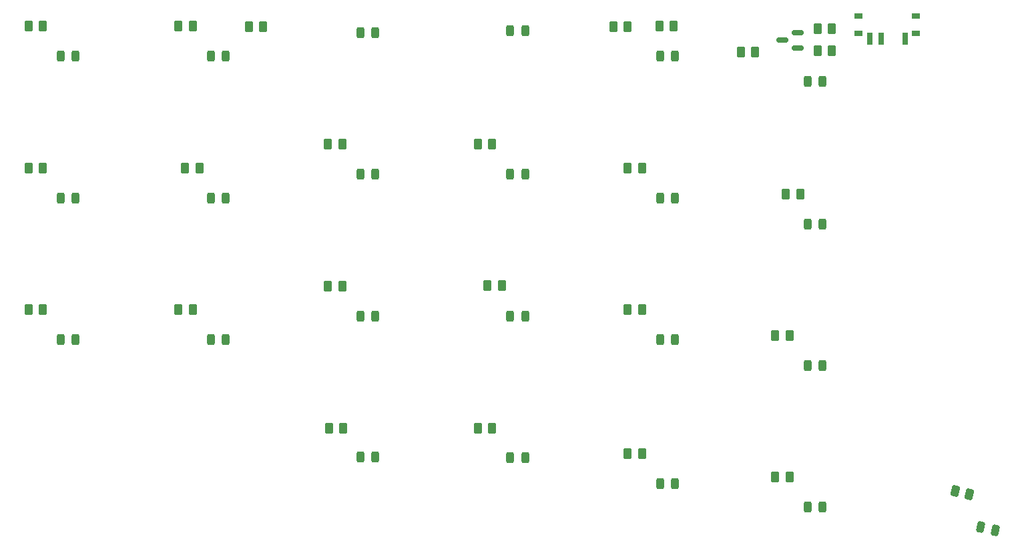
<source format=gtp>
%TF.GenerationSoftware,KiCad,Pcbnew,7.0.5-0*%
%TF.CreationDate,2023-08-03T20:32:26+09:30*%
%TF.ProjectId,Rolio,436f726e-6552-46f6-9c69-6f2e6b696361,rev?*%
%TF.SameCoordinates,Original*%
%TF.FileFunction,Paste,Top*%
%TF.FilePolarity,Positive*%
%FSLAX46Y46*%
G04 Gerber Fmt 4.6, Leading zero omitted, Abs format (unit mm)*
G04 Created by KiCad (PCBNEW 7.0.5-0) date 2023-08-03 20:32:26*
%MOMM*%
%LPD*%
G01*
G04 APERTURE LIST*
G04 Aperture macros list*
%AMRoundRect*
0 Rectangle with rounded corners*
0 $1 Rounding radius*
0 $2 $3 $4 $5 $6 $7 $8 $9 X,Y pos of 4 corners*
0 Add a 4 corners polygon primitive as box body*
4,1,4,$2,$3,$4,$5,$6,$7,$8,$9,$2,$3,0*
0 Add four circle primitives for the rounded corners*
1,1,$1+$1,$2,$3*
1,1,$1+$1,$4,$5*
1,1,$1+$1,$6,$7*
1,1,$1+$1,$8,$9*
0 Add four rect primitives between the rounded corners*
20,1,$1+$1,$2,$3,$4,$5,0*
20,1,$1+$1,$4,$5,$6,$7,0*
20,1,$1+$1,$6,$7,$8,$9,0*
20,1,$1+$1,$8,$9,$2,$3,0*%
G04 Aperture macros list end*
%ADD10RoundRect,0.250000X-0.262500X-0.450000X0.262500X-0.450000X0.262500X0.450000X-0.262500X0.450000X0*%
%ADD11RoundRect,0.243750X-0.243750X-0.456250X0.243750X-0.456250X0.243750X0.456250X-0.243750X0.456250X0*%
%ADD12RoundRect,0.250000X0.262500X0.450000X-0.262500X0.450000X-0.262500X-0.450000X0.262500X-0.450000X0*%
%ADD13RoundRect,0.250000X-0.350324X-0.385590X0.163203X-0.494743X0.350324X0.385590X-0.163203X0.494743X0*%
%ADD14R,1.000000X0.800000*%
%ADD15R,0.700000X1.500000*%
%ADD16RoundRect,0.150000X0.587500X0.150000X-0.587500X0.150000X-0.587500X-0.150000X0.587500X-0.150000X0*%
%ADD17RoundRect,0.243750X-0.333283X-0.395601X0.143564X-0.496958X0.333283X0.395601X-0.143564X0.496958X0*%
G04 APERTURE END LIST*
D10*
%TO.C,R8*%
X57705500Y-37170000D03*
X59530500Y-37170000D03*
%TD*%
D11*
%TO.C,LED3*%
X118820500Y-37715000D03*
X120695500Y-37715000D03*
%TD*%
D10*
%TO.C,R12*%
X95705500Y-52170000D03*
X97530500Y-52170000D03*
%TD*%
D11*
%TO.C,LED15*%
X118820500Y-73965000D03*
X120695500Y-73965000D03*
%TD*%
D10*
%TO.C,R10*%
X133705500Y-55170000D03*
X135530500Y-55170000D03*
%TD*%
D11*
%TO.C,LED4*%
X99820500Y-37965000D03*
X101695500Y-37965000D03*
%TD*%
%TO.C,LED1*%
X156553400Y-44215000D03*
X158428400Y-44215000D03*
%TD*%
D12*
%TO.C,R2*%
X159600500Y-37506000D03*
X157775500Y-37506000D03*
%TD*%
D13*
%TO.C,R21*%
X175264681Y-96179288D03*
X177049801Y-96558726D03*
%TD*%
D11*
%TO.C,LED13*%
X156553400Y-80215000D03*
X158428400Y-80215000D03*
%TD*%
D10*
%TO.C,R18*%
X95705500Y-70170000D03*
X97530500Y-70170000D03*
%TD*%
%TO.C,R19*%
X76705500Y-73170000D03*
X78530500Y-73170000D03*
%TD*%
%TO.C,R14*%
X57705500Y-55170000D03*
X59530500Y-55170000D03*
%TD*%
%TO.C,R24*%
X114705500Y-88170000D03*
X116530500Y-88170000D03*
%TD*%
D12*
%TO.C,R1*%
X159600500Y-40300000D03*
X157775500Y-40300000D03*
%TD*%
D11*
%TO.C,LED23*%
X99820500Y-91865000D03*
X101695500Y-91865000D03*
%TD*%
%TO.C,LED10*%
X99820500Y-55965000D03*
X101695500Y-55965000D03*
%TD*%
D14*
%TO.C,SW4*%
X170300000Y-38112000D03*
X170300000Y-35902000D03*
X163000000Y-38112000D03*
X163000000Y-35902000D03*
D15*
X168900000Y-38762000D03*
X165900000Y-38762000D03*
X164400000Y-38762000D03*
%TD*%
D10*
%TO.C,R20*%
X57705500Y-73170000D03*
X59530500Y-73170000D03*
%TD*%
D11*
%TO.C,LED17*%
X80820500Y-76965000D03*
X82695500Y-76965000D03*
%TD*%
D10*
%TO.C,R6*%
X85671000Y-37204000D03*
X87496000Y-37204000D03*
%TD*%
D11*
%TO.C,LED20*%
X156553400Y-98215000D03*
X158428400Y-98215000D03*
%TD*%
D12*
%TO.C,R4*%
X139566000Y-37170000D03*
X137741000Y-37170000D03*
%TD*%
D11*
%TO.C,LED18*%
X61820500Y-76965000D03*
X63695500Y-76965000D03*
%TD*%
%TO.C,LED8*%
X137820500Y-58965000D03*
X139695500Y-58965000D03*
%TD*%
%TO.C,LED5*%
X80820500Y-40965000D03*
X82695500Y-40965000D03*
%TD*%
D10*
%TO.C,R11*%
X114705500Y-52170000D03*
X116530500Y-52170000D03*
%TD*%
D11*
%TO.C,LED21*%
X137820500Y-95215000D03*
X139695500Y-95215000D03*
%TD*%
D10*
%TO.C,R15*%
X152438400Y-76420000D03*
X154263400Y-76420000D03*
%TD*%
%TO.C,R22*%
X152438400Y-94420000D03*
X154263400Y-94420000D03*
%TD*%
%TO.C,R7*%
X76705500Y-37170000D03*
X78530500Y-37170000D03*
%TD*%
%TO.C,R25*%
X95825500Y-88170000D03*
X97650500Y-88170000D03*
%TD*%
D11*
%TO.C,LED11*%
X80820500Y-58965000D03*
X82695500Y-58965000D03*
%TD*%
D16*
%TO.C,Q1*%
X155235500Y-39914000D03*
X155235500Y-38014000D03*
X153360500Y-38964000D03*
%TD*%
D10*
%TO.C,R23*%
X133705500Y-91420000D03*
X135530500Y-91420000D03*
%TD*%
D11*
%TO.C,LED7*%
X156553400Y-62260000D03*
X158428400Y-62260000D03*
%TD*%
D12*
%TO.C,R5*%
X133724000Y-37204000D03*
X131899000Y-37204000D03*
%TD*%
D10*
%TO.C,R17*%
X115927500Y-70104000D03*
X117752500Y-70104000D03*
%TD*%
D11*
%TO.C,LED9*%
X118820500Y-55965000D03*
X120695500Y-55965000D03*
%TD*%
D10*
%TO.C,R16*%
X133705500Y-73170000D03*
X135530500Y-73170000D03*
%TD*%
D11*
%TO.C,LED14*%
X137820500Y-76965000D03*
X139695500Y-76965000D03*
%TD*%
%TO.C,LED2*%
X137820500Y-40965000D03*
X139695500Y-40965000D03*
%TD*%
%TO.C,LED16*%
X99820500Y-73965000D03*
X101695500Y-73965000D03*
%TD*%
%TO.C,LED22*%
X118820500Y-91965000D03*
X120695500Y-91965000D03*
%TD*%
D10*
%TO.C,R9*%
X153773500Y-58465000D03*
X155598500Y-58465000D03*
%TD*%
%TO.C,R3*%
X148045000Y-40420000D03*
X149870000Y-40420000D03*
%TD*%
D11*
%TO.C,LED6*%
X61820500Y-40965000D03*
X63695500Y-40965000D03*
%TD*%
D10*
%TO.C,R13*%
X77573500Y-55170000D03*
X79398500Y-55170000D03*
%TD*%
D17*
%TO.C,LED19*%
X178467955Y-100739947D03*
X180301981Y-101129781D03*
%TD*%
D11*
%TO.C,LED12*%
X61820500Y-58965000D03*
X63695500Y-58965000D03*
%TD*%
M02*

</source>
